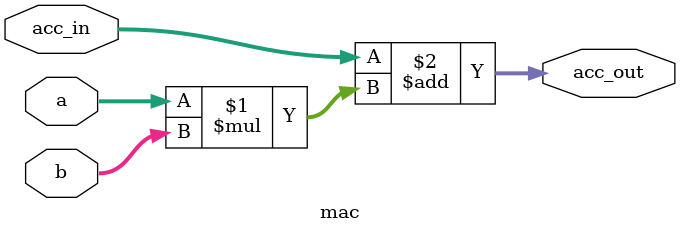
<source format=v>
module mac (
    input  wire signed [7:0]  a,
    input  wire signed [7:0]  b,
    input  wire signed [31:0] acc_in,
    output wire signed [31:0] acc_out
);
    assign acc_out = acc_in + (a * b);

endmodule

</source>
